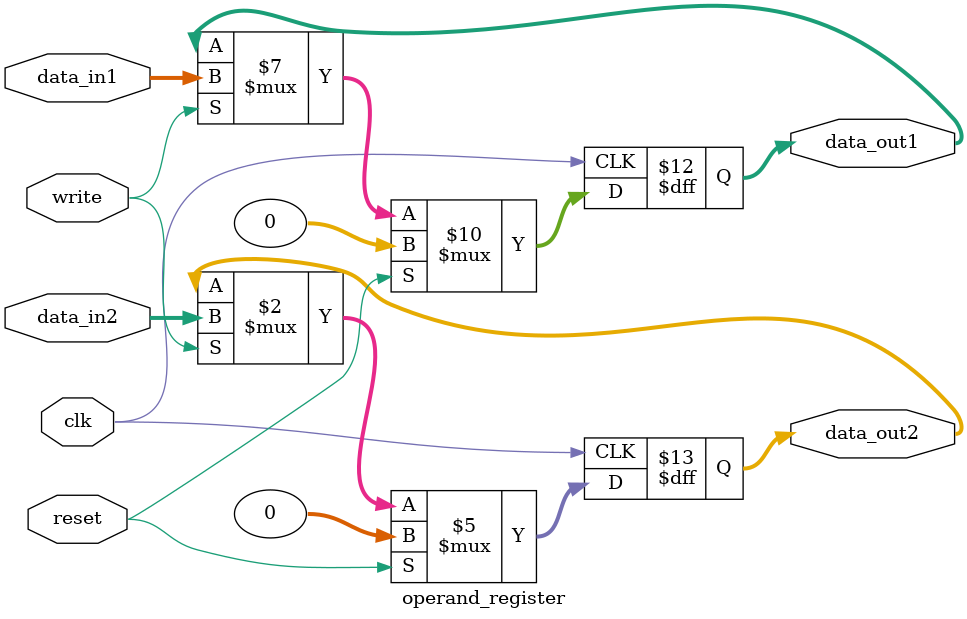
<source format=v>
module operand_register (
    input clk,
    input reset,

    input write,
    input [31:0] data_in1,
    input [31:0] data_in2,

    output reg [31:0] data_out1,
    output reg [31:0] data_out2
);
  always @(posedge clk) begin
    if (reset) begin
      data_out1 <= 32'b0;
      data_out2 <= 32'b0;
    end else if (write) begin
      data_out1 <= data_in1;
      data_out2 <= data_in2;
    end
  end
endmodule

</source>
